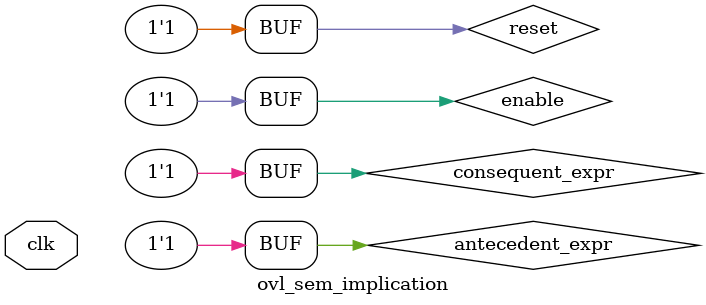
<source format=sv>
module ovl_sem_implication(input logic clk);
  logic reset = 1'b1;
  logic enable = 1'b1;
  logic antecedent_expr = 1'b1;
`ifdef FAIL
  logic consequent_expr = 1'b0;
`else
  logic consequent_expr = 1'b1;
`endif
  ovl_implication dut (
      .clock(clk),
      .reset(reset),
      .enable(enable),
      .antecedent_expr(antecedent_expr),
      .consequent_expr(consequent_expr),
      .fire());
endmodule

</source>
